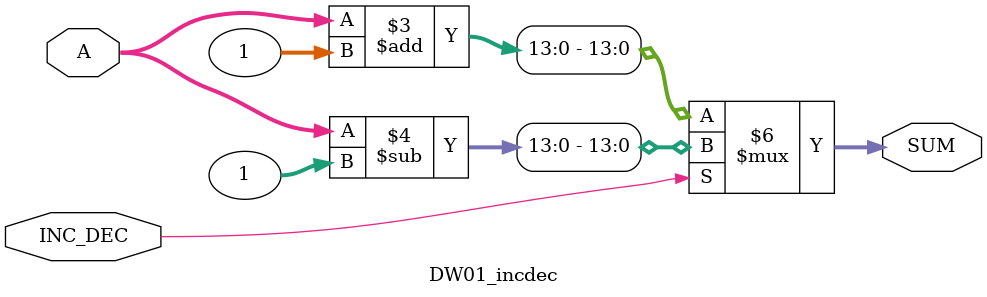
<source format=v>

module DW01_incdec (A, INC_DEC, SUM)/* synthesis syn_builtin_du = "weak" */;

parameter width = 14;  

input  [width - 1 : 0] A;
input                  INC_DEC;
output [width - 1 :0]  SUM;
reg    [width - 1 :0]  SUM;

always @(INC_DEC or A)
	begin
		if (INC_DEC == 0)
			SUM = A + 1;
		else
			SUM = A - 1;
	end
endmodule

</source>
